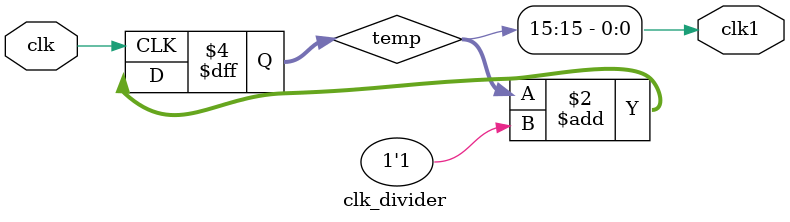
<source format=v>
module again(out, pins, clk, dir);
output [3:0]out;
output [1:0]pins;
input clk, dir;
reg [3:0]out;
reg [3:0]t = 4'b0111;
reg [1:0]pins;

wire clk1;
clk_divider x(clk1, clk);
always @(posedge clk1)
begin 
pins=dir;
	if(dir==1)	
		t ={t[0], t[3], t[2], t[1]};
	else
		t ={t[2], t[1], t[0], t[3]};
out = t;
end 

endmodule
module clk_divider(clk1, clk);
input clk;
output clk1;
reg [26:0] temp;
initial begin 
	temp = 26'd0;
end
always@(posedge clk)
	begin 
		temp = temp +1'b1;
	end
	assign clk1=temp[15];
endmodule

</source>
